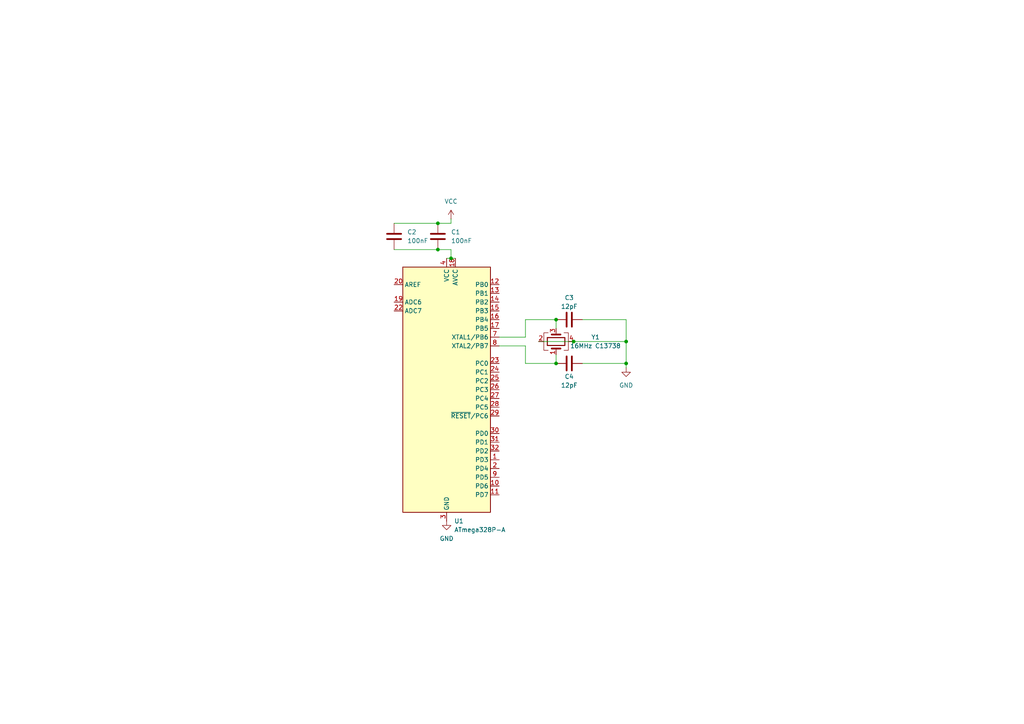
<source format=kicad_sch>
(kicad_sch (version 20231120) (generator "eeschema") (generator_version "8.0")
  (paper "A4")
  (lib_symbols
    (symbol "Device:C" (pin_numbers hide) (pin_names (offset 0.254))
      (property "Reference" "C" (at 0.635 2.54 0))
      (property "Value" "C" (at 0.635 -2.54 0))
      (symbol "C_0_1"
        (polyline (pts (xy -2.032 -0.762) (xy 2.032 -0.762)) (stroke (width 0.508)))
        (polyline (pts (xy -2.032 0.762) (xy 2.032 0.762)) (stroke (width 0.508)))
      )
      (symbol "C_1_1"
        (pin passive line (at 0 3.81 270) (length 2.794) (name "~") (number "1"))
        (pin passive line (at 0 -3.81 90) (length 2.794) (name "~") (number "2"))
      )
    )
    (symbol "Device:Crystal_GND24" (pin_names (offset 1.016) hide)
      (property "Reference" "Y" (at 3.175 5.08 0))
      (property "Value" "Crystal_GND24" (at 3.175 3.175 0))
      (symbol "Crystal_GND24_0_1"
        (rectangle (start -1.143 2.54) (end 1.143 -2.54) (stroke (width 0.3048)))
        (polyline (pts (xy -2.54 0) (xy -2.032 0)))
        (polyline (pts (xy -2.032 -1.27) (xy -2.032 1.27)) (stroke (width 0.508)))
        (polyline (pts (xy 0 -3.81) (xy 0 -3.556)))
        (polyline (pts (xy 0 3.556) (xy 0 3.81)))
        (polyline (pts (xy 2.032 -1.27) (xy 2.032 1.27)) (stroke (width 0.508)))
        (polyline (pts (xy 2.032 0) (xy 2.54 0)))
        (polyline (pts (xy -2.54 -2.286) (xy -2.54 -3.556) (xy 2.54 -3.556) (xy 2.54 -2.286)))
        (polyline (pts (xy -2.54 2.286) (xy -2.54 3.556) (xy 2.54 3.556) (xy 2.54 2.286)))
      )
      (symbol "Crystal_GND24_1_1"
        (pin passive line (at -3.81 0 0) (length 1.27) (name "1") (number "1"))
        (pin passive line (at 0 5.08 270) (length 1.27) (name "2") (number "2"))
        (pin passive line (at 3.81 0 180) (length 1.27) (name "3") (number "3"))
        (pin passive line (at 0 -5.08 90) (length 1.27) (name "4") (number "4"))
      )
    )
    (symbol "MCU_Microchip_ATmega:ATmega328P-A"
      (property "Reference" "U" (at -12.7 36.83 0))
      (property "Value" "ATmega328P-A" (at 2.54 -36.83 0))
      (symbol "ATmega328P-A_0_1"
        (rectangle (start -12.7 -35.56) (end 12.7 35.56) (stroke (width 0.254)) (fill (type background)))
      )
      (symbol "ATmega328P-A_1_1"
        (pin bidirectional line (at 15.24 -20.32 180) (length 2.54) (name "PD3") (number "1"))
        (pin bidirectional line (at 15.24 -27.94 180) (length 2.54) (name "PD6") (number "10"))
        (pin bidirectional line (at 15.24 -30.48 180) (length 2.54) (name "PD7") (number "11"))
        (pin bidirectional line (at 15.24 30.48 180) (length 2.54) (name "PB0") (number "12"))
        (pin bidirectional line (at 15.24 27.94 180) (length 2.54) (name "PB1") (number "13"))
        (pin bidirectional line (at 15.24 25.4 180) (length 2.54) (name "PB2") (number "14"))
        (pin bidirectional line (at 15.24 22.86 180) (length 2.54) (name "PB3") (number "15"))
        (pin bidirectional line (at 15.24 20.32 180) (length 2.54) (name "PB4") (number "16"))
        (pin bidirectional line (at 15.24 17.78 180) (length 2.54) (name "PB5") (number "17"))
        (pin power_in line (at 2.54 38.1 270) (length 2.54) (name "AVCC") (number "18"))
        (pin input line (at -15.24 25.4 0) (length 2.54) (name "ADC6") (number "19"))
        (pin bidirectional line (at 15.24 -22.86 180) (length 2.54) (name "PD4") (number "2"))
        (pin passive line (at -15.24 30.48 0) (length 2.54) (name "AREF") (number "20"))
        (pin passive line (at 0 -38.1 90) (length 2.54) hide (name "GND") (number "21"))
        (pin input line (at -15.24 22.86 0) (length 2.54) (name "ADC7") (number "22"))
        (pin bidirectional line (at 15.24 7.62 180) (length 2.54) (name "PC0") (number "23"))
        (pin bidirectional line (at 15.24 5.08 180) (length 2.54) (name "PC1") (number "24"))
        (pin bidirectional line (at 15.24 2.54 180) (length 2.54) (name "PC2") (number "25"))
        (pin bidirectional line (at 15.24 0 180) (length 2.54) (name "PC3") (number "26"))
        (pin bidirectional line (at 15.24 -2.54 180) (length 2.54) (name "PC4") (number "27"))
        (pin bidirectional line (at 15.24 -5.08 180) (length 2.54) (name "PC5") (number "28"))
        (pin bidirectional line (at 15.24 -7.62 180) (length 2.54) (name "~{RESET}/PC6") (number "29"))
        (pin power_in line (at 0 -38.1 90) (length 2.54) (name "GND") (number "3"))
        (pin bidirectional line (at 15.24 -12.7 180) (length 2.54) (name "PD0") (number "30"))
        (pin bidirectional line (at 15.24 -15.24 180) (length 2.54) (name "PD1") (number "31"))
        (pin bidirectional line (at 15.24 -17.78 180) (length 2.54) (name "PD2") (number "32"))
        (pin power_in line (at 0 38.1 270) (length 2.54) (name "VCC") (number "4"))
        (pin passive line (at 0 -38.1 90) (length 2.54) hide (name "GND") (number "5"))
        (pin passive line (at 0 38.1 270) (length 2.54) hide (name "VCC") (number "6"))
        (pin bidirectional line (at 15.24 15.24 180) (length 2.54) (name "XTAL1/PB6") (number "7"))
        (pin bidirectional line (at 15.24 12.7 180) (length 2.54) (name "XTAL2/PB7") (number "8"))
        (pin bidirectional line (at 15.24 -25.4 180) (length 2.54) (name "PD5") (number "9"))
      )
    )
    (symbol "power:GND" (power) (pin_numbers hide) (pin_names (offset 0) hide)
      (property "Value" "GND" (at 0 -3.81 0))
      (symbol "GND_0_1"
        (polyline (pts (xy 0 0) (xy 0 -1.27) (xy 1.27 -1.27) (xy 0 -2.54) (xy -1.27 -1.27) (xy 0 -1.27)))
      )
      (symbol "GND_1_1"
        (pin power_in line (at 0 0 270) (length 0) (name "~") (number "1"))
      )
    )
    (symbol "power:VCC" (power) (pin_numbers hide) (pin_names (offset 0) hide)
      (property "Value" "VCC" (at 0 3.556 0))
      (symbol "VCC_0_1"
        (polyline (pts (xy -0.762 1.27) (xy 0 2.54)))
        (polyline (pts (xy 0 0) (xy 0 2.54)))
        (polyline (pts (xy 0 2.54) (xy 0.762 1.27)))
      )
      (symbol "VCC_1_1"
        (pin power_in line (at 0 0 90) (length 0) (name "~") (number "1"))
      )
    )
  )
  (junction (at 161.29 92.71))
  (junction (at 166.37 99.06))
  (junction (at 127 72.39))
  (junction (at 181.61 99.06))
  (junction (at 130.81 74.93))
  (junction (at 127 64.77))
  (junction (at 161.29 105.41))
  (junction (at 181.61 105.41))
  (wire (pts (xy 181.61 105.41) (xy 181.61 106.68)))
  (wire (pts (xy 127 64.77) (xy 130.81 64.77)))
  (wire (pts (xy 166.37 99.06) (xy 181.61 99.06)))
  (wire (pts (xy 168.91 92.71) (xy 181.61 92.71)))
  (wire (pts (xy 129.54 74.93) (xy 130.81 74.93)))
  (wire (pts (xy 114.3 72.39) (xy 127 72.39)))
  (wire (pts (xy 152.4 100.33) (xy 152.4 105.41)))
  (wire (pts (xy 181.61 92.71) (xy 181.61 99.06)))
  (wire (pts (xy 181.61 99.06) (xy 181.61 105.41)))
  (wire (pts (xy 152.4 105.41) (xy 161.29 105.41)))
  (wire (pts (xy 168.91 105.41) (xy 181.61 105.41)))
  (wire (pts (xy 144.78 100.33) (xy 152.4 100.33)))
  (wire (pts (xy 144.78 97.79) (xy 152.4 97.79)))
  (wire (pts (xy 130.81 74.93) (xy 130.81 72.39)))
  (wire (pts (xy 152.4 97.79) (xy 152.4 92.71)))
  (wire (pts (xy 152.4 92.71) (xy 161.29 92.71)))
  (wire (pts (xy 130.81 63.5) (xy 130.81 64.77)))
  (wire (pts (xy 130.81 74.93) (xy 132.08 74.93)))
  (wire (pts (xy 161.29 105.41) (xy 161.29 102.87)))
  (wire (pts (xy 156.21 99.06) (xy 166.37 99.06)))
  (wire (pts (xy 127 72.39) (xy 130.81 72.39)))
  (wire (pts (xy 161.29 92.71) (xy 161.29 95.25)))
  (wire (pts (xy 114.3 64.77) (xy 127 64.77)))
  (symbol (lib_id "Device:C") (at 114.3 68.58 0) (unit 1)
    (property "Reference" "C2" (at 118.11 67.3099 0) (effects (justify left)))
    (property "Value" "100nF" (at 118.11 69.8499 0) (effects (justify left)))
    (property "Description" "Unpolarized capacitor" (effects (hide yes)))
  )
  (symbol (lib_id "Device:C") (at 165.1 105.41 90) (unit 1)
    (property "Reference" "C4" (at 165.1 109.22 90))
    (property "Value" "12pF" (at 165.1 111.76 90))
    (property "Description" "Unpolarized capacitor" (effects (hide yes)))
  )
  (symbol (lib_id "Device:Crystal_GND24") (at 161.29 99.06 90) (unit 1)
    (property "Reference" "Y1" (at 172.72 97.79 90))
    (property "Value" "16MHz C13738" (at 172.72 100.33 90))
    (property "Description" "Four pin crystal, GND on pins 2 and 4" (effects (hide yes)))
  )
  (symbol (lib_id "MCU_Microchip_ATmega:ATmega328P-A") (at 129.54 113.03 0) (unit 1)
    (property "Reference" "U1" (at 131.7341 151.13 0) (effects (justify left)))
    (property "Value" "ATmega328P-A" (at 131.7341 153.67 0) (effects (justify left)))
    (property "Footprint" "Package_QFP:TQFP-32_7x7mm_P0.8mm" (effects (hide yes)))
    (property "Datasheet" "http://ww1.microchip.com/downloads/en/DeviceDoc/ATmega328_P%20AVR%20MCU%20with%20picoPower%20Technology%20Data%20Sheet%2040001984A.pdf" (effects (hide yes)))
    (property "Description" "20MHz, 32kB Flash, 2kB SRAM, 1kB EEPROM, TQFP-32" (effects (hide yes)))
  )
  (symbol (lib_id "Device:C") (at 165.1 92.71 90) (unit 1)
    (property "Reference" "C3" (at 165.1 86.36 90))
    (property "Value" "12pF" (at 165.1 88.9 90))
    (property "Description" "Unpolarized capacitor" (effects (hide yes)))
  )
  (symbol (lib_id "Device:C") (at 127 68.58 0) (unit 1)
    (property "Reference" "C1" (at 130.81 67.3099 0) (effects (justify left)))
    (property "Value" "100nF" (at 130.81 69.8499 0) (effects (justify left)))
    (property "Description" "Unpolarized capacitor" (effects (hide yes)))
  )
  (symbol (lib_id "power:GND") (at 181.61 106.68 0) (unit 1)
    (property "Reference" "#PWR03" (effects (hide yes)))
    (property "Value" "GND" (at 181.61 111.76 0))
    (property "Description" "Power symbol creates a global label with name \"GND\" , ground" (effects (hide yes)))
  )
  (symbol (lib_id "power:VCC") (at 130.81 63.5 0) (unit 1)
    (property "Reference" "#PWR01" (effects (hide yes)))
    (property "Value" "VCC" (at 130.81 58.42 0))
    (property "Description" "Power symbol creates a global label with name \"VCC\"" (effects (hide yes)))
  )
  (symbol (lib_id "power:GND") (at 129.54 151.13 0) (unit 1)
    (property "Reference" "#PWR02" (effects (hide yes)))
    (property "Value" "GND" (at 129.54 156.21 0))
    (property "Description" "Power symbol creates a global label with name \"GND\" , ground" (effects (hide yes)))
  )
)
</source>
